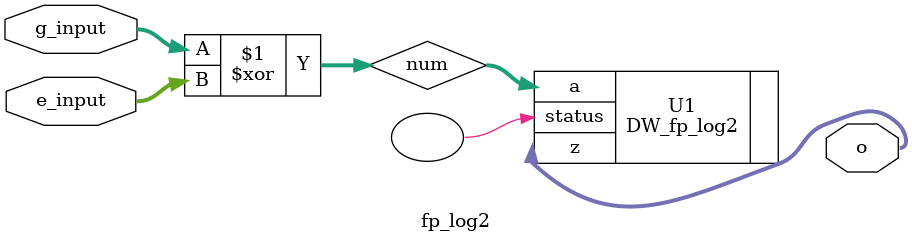
<source format=v>
module fp_log2 (g_input, e_input, o);

parameter sig_width = 23;
parameter exp_width = 8;
parameter ieee_compliance = 0;
parameter extra_prec = 0;
parameter arch = 2;

input  [sig_width+exp_width : 0] g_input;
input  [sig_width+exp_width : 0] e_input;
wire   [sig_width+exp_width : 0] num;
output [sig_width+exp_width : 0] o;

assign num = g_input ^ e_input;

    // Instance of DW_fp_log2
    DW_fp_log2 #(sig_width, exp_width, ieee_compliance, extra_prec, arch)
	  U1 ( .a(num), .z(o), .status() );

endmodule

</source>
